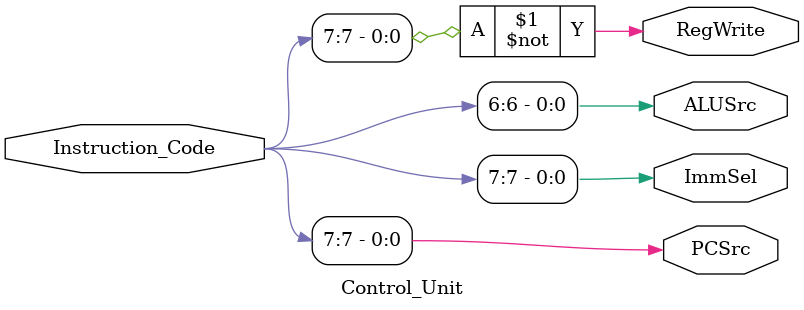
<source format=v>
`timescale 1ns / 1ps
module Control_Unit(
	input [7:0] Instruction_Code,
	output PCSrc,
	output ImmSel, 
	output ALUSrc, 
	output RegWrite
    );
	 
	assign PCSrc =  Instruction_Code[7];
	assign RegWrite = ~Instruction_Code[7];
	assign ALUSrc = Instruction_Code[6];
	assign ImmSel = Instruction_Code[7];

endmodule

</source>
